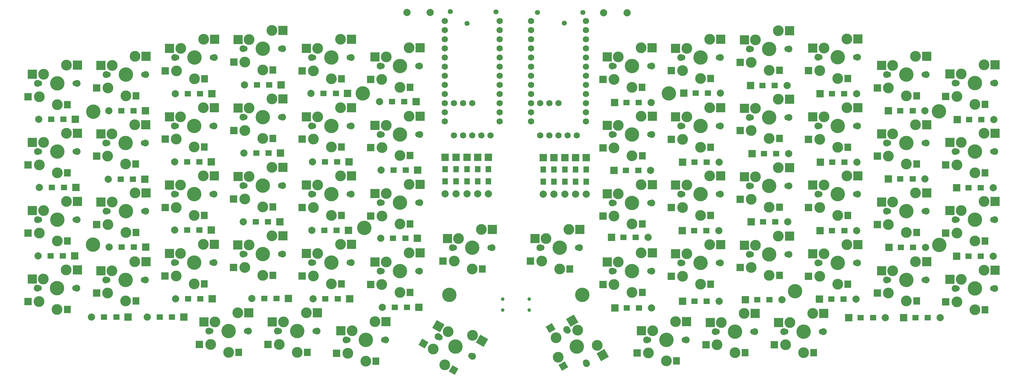
<source format=gbs>
%TF.GenerationSoftware,KiCad,Pcbnew,(6.0.10)*%
%TF.CreationDate,2023-10-04T19:43:37-05:00*%
%TF.ProjectId,RunType58,52756e54-7970-4653-9538-2e6b69636164,rev?*%
%TF.SameCoordinates,Original*%
%TF.FileFunction,Soldermask,Bot*%
%TF.FilePolarity,Negative*%
%FSLAX46Y46*%
G04 Gerber Fmt 4.6, Leading zero omitted, Abs format (unit mm)*
G04 Created by KiCad (PCBNEW (6.0.10)) date 2023-10-04 19:43:37*
%MOMM*%
%LPD*%
G01*
G04 APERTURE LIST*
G04 Aperture macros list*
%AMRotRect*
0 Rectangle, with rotation*
0 The origin of the aperture is its center*
0 $1 length*
0 $2 width*
0 $3 Rotation angle, in degrees counterclockwise*
0 Add horizontal line*
21,1,$1,$2,0,0,$3*%
G04 Aperture macros list end*
%ADD10C,0.100000*%
%ADD11C,3.000000*%
%ADD12C,1.900000*%
%ADD13C,1.700000*%
%ADD14C,4.000000*%
%ADD15R,2.500000X2.500000*%
%ADD16R,2.000000X2.000000*%
%ADD17R,1.900000X2.000000*%
%ADD18R,1.998980X1.998980*%
%ADD19R,1.500000X1.800000*%
%ADD20C,1.998980*%
%ADD21R,1.800000X1.500000*%
%ADD22C,1.752600*%
%ADD23C,1.000000*%
%ADD24C,2.000000*%
%ADD25C,1.397000*%
%ADD26RotRect,2.500000X2.500000X120.000000*%
%ADD27RotRect,2.000000X2.000000X120.000000*%
%ADD28RotRect,1.900000X2.000000X120.000000*%
%ADD29RotRect,2.500000X2.500000X150.000000*%
%ADD30RotRect,2.000000X2.000000X150.000000*%
%ADD31RotRect,1.900000X2.000000X150.000000*%
G04 APERTURE END LIST*
D10*
%TO.C,SW53*%
X31695000Y-98580000D03*
D11*
X38060000Y-96080000D03*
D12*
X41020000Y-101160000D03*
D13*
X40600000Y-101160000D03*
D11*
X31710000Y-98620000D03*
D14*
X35520000Y-101160000D03*
D11*
X30520000Y-104860000D03*
X35520000Y-107060000D03*
D13*
X30440000Y-101160000D03*
D12*
X30020000Y-101160000D03*
D15*
X28620000Y-98620000D03*
D16*
X27420000Y-104860000D03*
D17*
X38320000Y-107060000D03*
D15*
X41120000Y-96080000D03*
%TD*%
D13*
%TO.C,SW2*%
X285320000Y-44100000D03*
X295480000Y-44100000D03*
D12*
X284900000Y-44100000D03*
D10*
X286575000Y-41520000D03*
D14*
X290400000Y-44100000D03*
D12*
X295900000Y-44100000D03*
D11*
X292940000Y-39020000D03*
X286590000Y-41560000D03*
X285400000Y-47800000D03*
X290400000Y-50000000D03*
D15*
X283500000Y-41560000D03*
D16*
X282300000Y-47800000D03*
D17*
X293200000Y-50000000D03*
D15*
X296000000Y-39020000D03*
%TD*%
D18*
%TO.C,D58*%
X149320000Y-64720000D03*
D19*
X149317460Y-68020000D03*
X149317460Y-71420000D03*
D20*
X149320000Y-74880000D03*
%TD*%
D19*
%TO.C,D55*%
X152317460Y-68020000D03*
D18*
X152320000Y-64720000D03*
D20*
X152320000Y-74880000D03*
D19*
X152317460Y-71420000D03*
%TD*%
D18*
%TO.C,D57*%
X146312540Y-64720000D03*
D19*
X146310000Y-68020000D03*
X146310000Y-71420000D03*
D20*
X146312540Y-74880000D03*
%TD*%
D21*
%TO.C,D25*%
X212500000Y-104800000D03*
D18*
X209200000Y-104797460D03*
D20*
X219360000Y-104797460D03*
D21*
X215900000Y-104800000D03*
%TD*%
D22*
%TO.C,Display1*%
X145730000Y-58607312D03*
X148270000Y-58607312D03*
X150810000Y-58607312D03*
X153350000Y-58607312D03*
X155890000Y-58607312D03*
%TD*%
D23*
%TO.C,SW_POWER2*%
X159300000Y-107200000D03*
X159300000Y-104200000D03*
%TD*%
D21*
%TO.C,D46*%
X37100000Y-92110000D03*
D18*
X40400000Y-92112540D03*
D20*
X30240000Y-92112540D03*
D21*
X33700000Y-92110000D03*
%TD*%
D13*
%TO.C,SW25*%
X219280000Y-94100000D03*
D11*
X216740000Y-89020000D03*
D14*
X214200000Y-94100000D03*
D11*
X209200000Y-97800000D03*
D12*
X208700000Y-94100000D03*
X219700000Y-94100000D03*
D11*
X214200000Y-100000000D03*
D10*
X210375000Y-91520000D03*
D13*
X209120000Y-94100000D03*
D11*
X210390000Y-91560000D03*
D15*
X207300000Y-91560000D03*
D16*
X206100000Y-97800000D03*
D17*
X217000000Y-100000000D03*
D15*
X219800000Y-89020000D03*
%TD*%
D12*
%TO.C,SW12*%
X219700000Y-56000000D03*
D11*
X210390000Y-53460000D03*
D13*
X209120000Y-56000000D03*
X219280000Y-56000000D03*
D14*
X214200000Y-56000000D03*
D11*
X209200000Y-59700000D03*
D10*
X210375000Y-53420000D03*
D12*
X208700000Y-56000000D03*
D11*
X216740000Y-50920000D03*
X214200000Y-61900000D03*
D15*
X207300000Y-53460000D03*
D16*
X206100000Y-59700000D03*
D17*
X217000000Y-61900000D03*
D15*
X219800000Y-50920000D03*
%TD*%
D14*
%TO.C,H10*%
X240470000Y-101930000D03*
%TD*%
D19*
%TO.C,D56*%
X143300000Y-68020000D03*
D18*
X143302540Y-64720000D03*
D20*
X143302540Y-74880000D03*
D19*
X143300000Y-71420000D03*
%TD*%
D21*
%TO.C,D38*%
X113330000Y-66010000D03*
D18*
X116630000Y-66012540D03*
D21*
X109930000Y-66010000D03*
D20*
X106470000Y-66012540D03*
%TD*%
D13*
%TO.C,SW1*%
X190111208Y-39321497D03*
D12*
X200691208Y-39321497D03*
D11*
X191381208Y-36781497D03*
D14*
X195191208Y-39321497D03*
D12*
X189691208Y-39321497D03*
D11*
X197731208Y-34241497D03*
D10*
X191366208Y-36741497D03*
D11*
X190191208Y-43021497D03*
X195191208Y-45221497D03*
D13*
X200271208Y-39321497D03*
D15*
X188291208Y-36781497D03*
D16*
X187091208Y-43021497D03*
D15*
X200791208Y-34241497D03*
D17*
X197991208Y-45221497D03*
%TD*%
D10*
%TO.C,SW13*%
X286575000Y-79520000D03*
D11*
X285400000Y-85800000D03*
D14*
X290400000Y-82100000D03*
D12*
X295900000Y-82100000D03*
D11*
X290400000Y-88000000D03*
X286590000Y-79560000D03*
X292940000Y-77020000D03*
D13*
X285320000Y-82100000D03*
D12*
X284900000Y-82100000D03*
D13*
X295480000Y-82100000D03*
D16*
X282300000Y-85800000D03*
D15*
X283500000Y-79560000D03*
D17*
X293200000Y-88000000D03*
D15*
X296000000Y-77020000D03*
%TD*%
D12*
%TO.C,SW14*%
X238800000Y-72700000D03*
D10*
X229475000Y-70120000D03*
D11*
X228300000Y-76400000D03*
D13*
X238380000Y-72700000D03*
X228220000Y-72700000D03*
D11*
X235840000Y-67620000D03*
D14*
X233300000Y-72700000D03*
D11*
X233300000Y-78600000D03*
X229490000Y-70160000D03*
D12*
X227800000Y-72700000D03*
D16*
X225200000Y-76400000D03*
D15*
X226400000Y-70160000D03*
D17*
X236100000Y-78600000D03*
D15*
X238900000Y-67620000D03*
%TD*%
D12*
%TO.C,SW38*%
X106150000Y-55960000D03*
D14*
X111650000Y-55960000D03*
D11*
X106650000Y-59660000D03*
X111650000Y-61860000D03*
X114190000Y-50880000D03*
X107840000Y-53420000D03*
D10*
X107825000Y-53380000D03*
D13*
X106570000Y-55960000D03*
D12*
X117150000Y-55960000D03*
D13*
X116730000Y-55960000D03*
D16*
X103550000Y-59660000D03*
D15*
X104750000Y-53420000D03*
X117250000Y-50880000D03*
D17*
X114450000Y-61860000D03*
%TD*%
D14*
%TO.C,H5*%
X120840000Y-84370000D03*
%TD*%
D13*
%TO.C,SW26*%
X247880000Y-113200000D03*
D11*
X245340000Y-108120000D03*
X237800000Y-116900000D03*
D12*
X248300000Y-113200000D03*
D10*
X238975000Y-110620000D03*
D13*
X237720000Y-113200000D03*
D11*
X242800000Y-119100000D03*
D14*
X242800000Y-113200000D03*
D11*
X238990000Y-110660000D03*
D12*
X237300000Y-113200000D03*
D16*
X234700000Y-116900000D03*
D15*
X235900000Y-110660000D03*
D17*
X245600000Y-119100000D03*
D15*
X248400000Y-108120000D03*
%TD*%
D18*
%TO.C,D51*%
X116720000Y-104122540D03*
D21*
X113420000Y-104120000D03*
D20*
X106560000Y-104122540D03*
D21*
X110020000Y-104120000D03*
%TD*%
D18*
%TO.C,D7*%
X285340000Y-73200000D03*
D21*
X288640000Y-73202540D03*
D20*
X295500000Y-73200000D03*
D21*
X292040000Y-73202540D03*
%TD*%
D22*
%TO.C,U1*%
X167160000Y-26770453D03*
X167160000Y-29310453D03*
X167160000Y-31850453D03*
X167160000Y-34390453D03*
X167160000Y-36930453D03*
X167160000Y-39470453D03*
X167160000Y-42010453D03*
X167160000Y-44550453D03*
X167160000Y-47090453D03*
X167160000Y-49630453D03*
X167160000Y-52170453D03*
X167160000Y-54710453D03*
X182400000Y-54710453D03*
X182400000Y-52170453D03*
X182400000Y-49630453D03*
X182400000Y-47090453D03*
X182400000Y-44550453D03*
X182400000Y-42010453D03*
X182400000Y-39470453D03*
X182400000Y-36930453D03*
X182400000Y-34390453D03*
X182400000Y-31850453D03*
X182400000Y-29310453D03*
X182400000Y-26770453D03*
X169700000Y-49630453D03*
X172240000Y-49630453D03*
X174780000Y-49630453D03*
%TD*%
D21*
%TO.C,D10*%
X269700000Y-70700000D03*
D18*
X266400000Y-70697460D03*
D21*
X273100000Y-70700000D03*
D20*
X276560000Y-70697460D03*
%TD*%
D18*
%TO.C,D24*%
X190440000Y-106600000D03*
D21*
X193740000Y-106602540D03*
D20*
X200600000Y-106600000D03*
D21*
X197140000Y-106602540D03*
%TD*%
D12*
%TO.C,SW54*%
X49070000Y-98820000D03*
D11*
X49570000Y-102520000D03*
D13*
X49490000Y-98820000D03*
D11*
X50760000Y-96280000D03*
D12*
X60070000Y-98820000D03*
D11*
X54570000Y-104720000D03*
D13*
X59650000Y-98820000D03*
D10*
X50745000Y-96240000D03*
D14*
X54570000Y-98820000D03*
D11*
X57110000Y-93740000D03*
D15*
X47670000Y-96280000D03*
D16*
X46470000Y-102520000D03*
D17*
X57370000Y-104720000D03*
D15*
X60170000Y-93740000D03*
%TD*%
D14*
%TO.C,SW5*%
X271400000Y-41700000D03*
D12*
X276900000Y-41700000D03*
D11*
X267590000Y-39160000D03*
X271400000Y-47600000D03*
D13*
X266320000Y-41700000D03*
D11*
X266400000Y-45400000D03*
X273940000Y-36620000D03*
D10*
X267575000Y-39120000D03*
D12*
X265900000Y-41700000D03*
D13*
X276480000Y-41700000D03*
D16*
X263300000Y-45400000D03*
D15*
X264500000Y-39160000D03*
X277000000Y-36620000D03*
D17*
X274200000Y-47600000D03*
%TD*%
D11*
%TO.C,SW39*%
X130700000Y-64240000D03*
D14*
X130700000Y-58340000D03*
D13*
X135780000Y-58340000D03*
D10*
X126875000Y-55760000D03*
D11*
X126890000Y-55800000D03*
D13*
X125620000Y-58340000D03*
D12*
X136200000Y-58340000D03*
D11*
X133240000Y-53260000D03*
X125700000Y-62040000D03*
D12*
X125200000Y-58340000D03*
D15*
X123800000Y-55800000D03*
D16*
X122600000Y-62040000D03*
D15*
X136300000Y-53260000D03*
D17*
X133500000Y-64240000D03*
%TD*%
D18*
%TO.C,D52*%
X155320000Y-64720000D03*
D19*
X155317460Y-68020000D03*
D20*
X155320000Y-74880000D03*
D19*
X155317460Y-71420000D03*
%TD*%
D11*
%TO.C,SW57*%
X104730000Y-108020000D03*
D12*
X96690000Y-113100000D03*
D13*
X97110000Y-113100000D03*
D11*
X102190000Y-119000000D03*
X97190000Y-116800000D03*
D10*
X98365000Y-110520000D03*
D13*
X107270000Y-113100000D03*
D14*
X102190000Y-113100000D03*
D12*
X107690000Y-113100000D03*
D11*
X98380000Y-110560000D03*
D16*
X94090000Y-116800000D03*
D15*
X95290000Y-110560000D03*
X107790000Y-108020000D03*
D17*
X104990000Y-119000000D03*
%TD*%
D21*
%TO.C,D22*%
X250540000Y-104200000D03*
D18*
X247240000Y-104197460D03*
D21*
X253940000Y-104200000D03*
D20*
X257400000Y-104197460D03*
%TD*%
D18*
%TO.C,D14*%
X228240000Y-82700000D03*
D21*
X231540000Y-82702540D03*
X234940000Y-82702540D03*
D20*
X238400000Y-82700000D03*
%TD*%
D11*
%TO.C,SW48*%
X133230000Y-91290000D03*
D13*
X135770000Y-96370000D03*
X125610000Y-96370000D03*
D11*
X125690000Y-100070000D03*
D12*
X136190000Y-96370000D03*
D10*
X126865000Y-93790000D03*
D11*
X126880000Y-93830000D03*
D12*
X125190000Y-96370000D03*
D11*
X130690000Y-102270000D03*
D14*
X130690000Y-96370000D03*
D16*
X122590000Y-100070000D03*
D15*
X123790000Y-93830000D03*
D17*
X133490000Y-102270000D03*
D15*
X136290000Y-91290000D03*
%TD*%
D12*
%TO.C,SW4*%
X257800000Y-36900000D03*
D11*
X248490000Y-34360000D03*
X247300000Y-40600000D03*
X254840000Y-31820000D03*
D13*
X257380000Y-36900000D03*
D14*
X252300000Y-36900000D03*
D11*
X252300000Y-42800000D03*
D12*
X246800000Y-36900000D03*
D10*
X248475000Y-34320000D03*
D13*
X247220000Y-36900000D03*
D16*
X244200000Y-40600000D03*
D15*
X245400000Y-34360000D03*
D17*
X255100000Y-42800000D03*
D15*
X257900000Y-31820000D03*
%TD*%
D22*
%TO.C,Display2*%
X169700000Y-58630000D03*
X172240000Y-58630000D03*
X174780000Y-58630000D03*
X177320000Y-58630000D03*
X179860000Y-58630000D03*
%TD*%
D14*
%TO.C,SW32*%
X73630000Y-36980000D03*
D12*
X68130000Y-36980000D03*
D11*
X76170000Y-31900000D03*
X68630000Y-40680000D03*
X73630000Y-42880000D03*
D13*
X68550000Y-36980000D03*
D10*
X69805000Y-34400000D03*
D12*
X79130000Y-36980000D03*
D11*
X69820000Y-34440000D03*
D13*
X78710000Y-36980000D03*
D16*
X65530000Y-40680000D03*
D15*
X66730000Y-34440000D03*
X79230000Y-31900000D03*
D17*
X76430000Y-42880000D03*
%TD*%
D21*
%TO.C,D34*%
X112910000Y-46950000D03*
D18*
X116210000Y-46952540D03*
D20*
X106050000Y-46952540D03*
D21*
X109510000Y-46950000D03*
%TD*%
D14*
%TO.C,SW21*%
X233300000Y-91700000D03*
D12*
X238800000Y-91700000D03*
D13*
X238380000Y-91700000D03*
X228220000Y-91700000D03*
D11*
X229490000Y-89160000D03*
D12*
X227800000Y-91700000D03*
D10*
X229475000Y-89120000D03*
D11*
X233300000Y-97600000D03*
X228300000Y-95400000D03*
X235840000Y-86620000D03*
D16*
X225200000Y-95400000D03*
D15*
X226400000Y-89160000D03*
D17*
X236100000Y-97600000D03*
D15*
X238900000Y-86620000D03*
%TD*%
D12*
%TO.C,SW45*%
X117160000Y-74950000D03*
D11*
X107850000Y-72410000D03*
X111660000Y-80850000D03*
D13*
X106580000Y-74950000D03*
D14*
X111660000Y-74950000D03*
D12*
X106160000Y-74950000D03*
D10*
X107835000Y-72370000D03*
D11*
X106660000Y-78650000D03*
X114200000Y-69870000D03*
D13*
X116740000Y-74950000D03*
D16*
X103560000Y-78650000D03*
D15*
X104760000Y-72410000D03*
D17*
X114460000Y-80850000D03*
D15*
X117260000Y-69870000D03*
%TD*%
D21*
%TO.C,D35*%
X131910000Y-49220000D03*
D18*
X135210000Y-49222540D03*
D20*
X125050000Y-49222540D03*
D21*
X128510000Y-49220000D03*
%TD*%
D14*
%TO.C,H2*%
X280520000Y-89110000D03*
%TD*%
D18*
%TO.C,D17*%
X189500000Y-86997460D03*
D21*
X192800000Y-87000000D03*
X196200000Y-87000000D03*
D20*
X199660000Y-86997460D03*
%TD*%
D21*
%TO.C,D8*%
X231800000Y-63700000D03*
D18*
X228500000Y-63697460D03*
D20*
X238660000Y-63697460D03*
D21*
X235200000Y-63700000D03*
%TD*%
D18*
%TO.C,D33*%
X97730000Y-44552540D03*
D21*
X94430000Y-44550000D03*
D20*
X87570000Y-44552540D03*
D21*
X91030000Y-44550000D03*
%TD*%
D13*
%TO.C,SW36*%
X68530000Y-55980000D03*
D12*
X68110000Y-55980000D03*
D11*
X68610000Y-59680000D03*
X73610000Y-61880000D03*
X69800000Y-53440000D03*
X76150000Y-50900000D03*
D14*
X73610000Y-55980000D03*
D12*
X79110000Y-55980000D03*
D10*
X69785000Y-53400000D03*
D13*
X78690000Y-55980000D03*
D15*
X66710000Y-53440000D03*
D16*
X65510000Y-59680000D03*
D17*
X76410000Y-61880000D03*
D15*
X79210000Y-50900000D03*
%TD*%
D18*
%TO.C,D20*%
X270600000Y-109297460D03*
D21*
X273900000Y-109300000D03*
D20*
X280760000Y-109297460D03*
D21*
X277300000Y-109300000D03*
%TD*%
D13*
%TO.C,SW20*%
X295480000Y-101200000D03*
X285320000Y-101200000D03*
D11*
X285400000Y-104900000D03*
X292940000Y-96120000D03*
D12*
X295900000Y-101200000D03*
D11*
X286590000Y-98660000D03*
D14*
X290400000Y-101200000D03*
D10*
X286575000Y-98620000D03*
D11*
X290400000Y-107100000D03*
D12*
X284900000Y-101200000D03*
D15*
X283500000Y-98660000D03*
D16*
X282300000Y-104900000D03*
D17*
X293200000Y-107100000D03*
D15*
X296000000Y-96120000D03*
%TD*%
D24*
%TO.C,RSW2*%
X132638391Y-24453874D03*
X139138391Y-24453874D03*
%TD*%
D18*
%TO.C,D49*%
X78560000Y-104082540D03*
D21*
X75260000Y-104080000D03*
X71860000Y-104080000D03*
D20*
X68400000Y-104082540D03*
%TD*%
D11*
%TO.C,SW51*%
X107850000Y-91460000D03*
D12*
X117160000Y-94000000D03*
X106160000Y-94000000D03*
D10*
X107835000Y-91420000D03*
D11*
X106660000Y-97700000D03*
D13*
X106580000Y-94000000D03*
D11*
X114200000Y-88920000D03*
D13*
X116740000Y-94000000D03*
D14*
X111660000Y-94000000D03*
D11*
X111660000Y-99900000D03*
D16*
X103560000Y-97700000D03*
D15*
X104760000Y-91460000D03*
D17*
X114460000Y-99900000D03*
D15*
X117260000Y-88920000D03*
%TD*%
D21*
%TO.C,D47*%
X56820000Y-89680000D03*
D18*
X60120000Y-89682540D03*
D21*
X53420000Y-89680000D03*
D20*
X49960000Y-89682540D03*
%TD*%
D11*
%TO.C,SW6*%
X209188008Y-40624196D03*
X216728008Y-31844196D03*
D13*
X219268008Y-36924196D03*
D14*
X214188008Y-36924196D03*
D12*
X219688008Y-36924196D03*
D11*
X210378008Y-34384196D03*
D10*
X210363008Y-34344196D03*
D13*
X209108008Y-36924196D03*
D12*
X208688008Y-36924196D03*
D11*
X214188008Y-42824196D03*
D16*
X206088008Y-40624196D03*
D15*
X207288008Y-34384196D03*
D17*
X216988008Y-42824196D03*
D15*
X219788008Y-31844196D03*
%TD*%
D18*
%TO.C,D6*%
X209550000Y-46877460D03*
D21*
X212850000Y-46880000D03*
D20*
X219710000Y-46877460D03*
D21*
X216250000Y-46880000D03*
%TD*%
D10*
%TO.C,SW49*%
X69765000Y-91420000D03*
D13*
X68510000Y-94000000D03*
D11*
X76130000Y-88920000D03*
X68590000Y-97700000D03*
D14*
X73590000Y-94000000D03*
D11*
X73590000Y-99900000D03*
D12*
X68090000Y-94000000D03*
D11*
X69780000Y-91460000D03*
D13*
X78670000Y-94000000D03*
D12*
X79090000Y-94000000D03*
D15*
X66690000Y-91460000D03*
D16*
X65490000Y-97700000D03*
D17*
X76390000Y-99900000D03*
D15*
X79190000Y-88920000D03*
%TD*%
D18*
%TO.C,D9*%
X247500000Y-66097460D03*
D21*
X250800000Y-66100000D03*
X254200000Y-66100000D03*
D20*
X257660000Y-66097460D03*
%TD*%
D12*
%TO.C,SW23*%
X276900000Y-98800000D03*
D11*
X271400000Y-104700000D03*
X266400000Y-102500000D03*
X267590000Y-96260000D03*
D14*
X271400000Y-98800000D03*
D12*
X265900000Y-98800000D03*
D10*
X267575000Y-96220000D03*
D13*
X276480000Y-98800000D03*
D11*
X273940000Y-93720000D03*
D13*
X266320000Y-98800000D03*
D16*
X263300000Y-102500000D03*
D15*
X264500000Y-96260000D03*
X277000000Y-93720000D03*
D17*
X274200000Y-104700000D03*
%TD*%
D21*
%TO.C,D43*%
X75060000Y-84950000D03*
D18*
X78360000Y-84952540D03*
D21*
X71660000Y-84950000D03*
D20*
X68200000Y-84952540D03*
%TD*%
D18*
%TO.C,D54*%
X70740000Y-109162540D03*
D21*
X67440000Y-109160000D03*
D20*
X60580000Y-109162540D03*
D21*
X64040000Y-109160000D03*
%TD*%
D12*
%TO.C,SW10*%
X265900000Y-60700000D03*
D10*
X267575000Y-58120000D03*
D14*
X271400000Y-60700000D03*
D13*
X266320000Y-60700000D03*
D12*
X276900000Y-60700000D03*
D13*
X276480000Y-60700000D03*
D11*
X266400000Y-64400000D03*
X267590000Y-58160000D03*
X273940000Y-55620000D03*
X271400000Y-66600000D03*
D16*
X263300000Y-64400000D03*
D15*
X264500000Y-58160000D03*
D17*
X274200000Y-66600000D03*
D15*
X277000000Y-55620000D03*
%TD*%
D18*
%TO.C,D13*%
X285300000Y-92197460D03*
D21*
X288600000Y-92200000D03*
X292000000Y-92200000D03*
D20*
X295460000Y-92197460D03*
%TD*%
D14*
%TO.C,H9*%
X280430000Y-51960000D03*
%TD*%
D13*
%TO.C,SW33*%
X97730000Y-34530000D03*
D11*
X87650000Y-38230000D03*
D13*
X87570000Y-34530000D03*
D11*
X92650000Y-40430000D03*
D14*
X92650000Y-34530000D03*
D10*
X88825000Y-31950000D03*
D12*
X98150000Y-34530000D03*
D11*
X95190000Y-29450000D03*
D12*
X87150000Y-34530000D03*
D11*
X88840000Y-31990000D03*
D16*
X84550000Y-38230000D03*
D15*
X85750000Y-31990000D03*
D17*
X95450000Y-40430000D03*
D15*
X98250000Y-29450000D03*
%TD*%
D21*
%TO.C,D36*%
X75030000Y-65960000D03*
D18*
X78330000Y-65962540D03*
D21*
X71630000Y-65960000D03*
D20*
X68170000Y-65962540D03*
%TD*%
D14*
%TO.C,H7*%
X45540000Y-52020000D03*
%TD*%
D18*
%TO.C,D32*%
X78480000Y-47032540D03*
D21*
X75180000Y-47030000D03*
D20*
X68320000Y-47032540D03*
D21*
X71780000Y-47030000D03*
%TD*%
D18*
%TO.C,D44*%
X97400000Y-82632540D03*
D21*
X94100000Y-82630000D03*
X90700000Y-82630000D03*
D20*
X87240000Y-82632540D03*
%TD*%
D18*
%TO.C,D3*%
X228100000Y-44697460D03*
D21*
X231400000Y-44700000D03*
X234800000Y-44700000D03*
D20*
X238260000Y-44697460D03*
%TD*%
D12*
%TO.C,SW37*%
X98150000Y-53580000D03*
D13*
X87570000Y-53580000D03*
D14*
X92650000Y-53580000D03*
D13*
X97730000Y-53580000D03*
D11*
X87650000Y-57280000D03*
X95190000Y-48500000D03*
D10*
X88825000Y-51000000D03*
D11*
X88840000Y-51040000D03*
X92650000Y-59480000D03*
D12*
X87150000Y-53580000D03*
D16*
X84550000Y-57280000D03*
D15*
X85750000Y-51040000D03*
D17*
X95450000Y-59480000D03*
D15*
X98250000Y-48500000D03*
%TD*%
D11*
%TO.C,SW8*%
X228300000Y-57300000D03*
D12*
X238800000Y-53600000D03*
D11*
X235840000Y-48520000D03*
X233300000Y-59500000D03*
X229490000Y-51060000D03*
D10*
X229475000Y-51020000D03*
D13*
X228220000Y-53600000D03*
D14*
X233300000Y-53600000D03*
D13*
X238380000Y-53600000D03*
D12*
X227800000Y-53600000D03*
D15*
X226400000Y-51060000D03*
D16*
X225200000Y-57300000D03*
D17*
X236100000Y-59500000D03*
D15*
X238900000Y-48520000D03*
%TD*%
D21*
%TO.C,D4*%
X250700000Y-47000000D03*
D18*
X247400000Y-46997460D03*
D21*
X254100000Y-47000000D03*
D20*
X257560000Y-46997460D03*
%TD*%
D19*
%TO.C,D27*%
X176500000Y-68100000D03*
D18*
X176502540Y-64800000D03*
D20*
X176502540Y-74960000D03*
D19*
X176500000Y-71500000D03*
%TD*%
D11*
%TO.C,SW30*%
X31720000Y-41590000D03*
D10*
X31705000Y-41550000D03*
D14*
X35530000Y-44130000D03*
D11*
X35530000Y-50030000D03*
D13*
X30450000Y-44130000D03*
D12*
X41030000Y-44130000D03*
D13*
X40610000Y-44130000D03*
D11*
X30530000Y-47830000D03*
X38070000Y-39050000D03*
D12*
X30030000Y-44130000D03*
D16*
X27430000Y-47830000D03*
D15*
X28630000Y-41590000D03*
D17*
X38330000Y-50030000D03*
D15*
X41130000Y-39050000D03*
%TD*%
D19*
%TO.C,D29*%
X173500000Y-68100000D03*
D18*
X173502540Y-64800000D03*
D19*
X173500000Y-71500000D03*
D20*
X173502540Y-74960000D03*
%TD*%
D18*
%TO.C,D48*%
X135960000Y-106482540D03*
D21*
X132660000Y-106480000D03*
X129260000Y-106480000D03*
D20*
X125800000Y-106482540D03*
%TD*%
D11*
%TO.C,SW16*%
X266400000Y-83400000D03*
D10*
X267575000Y-77120000D03*
D11*
X267590000Y-77160000D03*
D14*
X271400000Y-79700000D03*
D12*
X265900000Y-79700000D03*
D13*
X276480000Y-79700000D03*
D12*
X276900000Y-79700000D03*
D13*
X266320000Y-79700000D03*
D11*
X271400000Y-85600000D03*
X273940000Y-74620000D03*
D15*
X264500000Y-77160000D03*
D16*
X263300000Y-83400000D03*
D17*
X274200000Y-85600000D03*
D15*
X277000000Y-74620000D03*
%TD*%
D14*
%TO.C,H1*%
X120420000Y-46960000D03*
%TD*%
D25*
%TO.C,BatEntry2*%
X144700000Y-24200000D03*
%TD*%
D24*
%TO.C,RSW1*%
X187300151Y-24471047D03*
X193800151Y-24471047D03*
%TD*%
D21*
%TO.C,D1*%
X193600000Y-49500000D03*
D18*
X190300000Y-49497460D03*
D21*
X197000000Y-49500000D03*
D20*
X200460000Y-49497460D03*
%TD*%
D18*
%TO.C,D19*%
X170502540Y-64800000D03*
D19*
X170500000Y-68100000D03*
D20*
X170502540Y-74960000D03*
D19*
X170500000Y-71500000D03*
%TD*%
D18*
%TO.C,D12*%
X209200000Y-66097460D03*
D21*
X212500000Y-66100000D03*
D20*
X219360000Y-66097460D03*
D21*
X215900000Y-66100000D03*
%TD*%
D18*
%TO.C,D50*%
X99780000Y-103972540D03*
D21*
X96480000Y-103970000D03*
X93080000Y-103970000D03*
D20*
X89620000Y-103972540D03*
%TD*%
D14*
%TO.C,H6*%
X144470000Y-102970000D03*
%TD*%
%TO.C,SW35*%
X130690000Y-39350000D03*
D11*
X125690000Y-43050000D03*
D12*
X136190000Y-39350000D03*
D13*
X135770000Y-39350000D03*
D11*
X126880000Y-36810000D03*
X133230000Y-34270000D03*
D12*
X125190000Y-39350000D03*
D11*
X130690000Y-45250000D03*
D10*
X126865000Y-36770000D03*
D13*
X125610000Y-39350000D03*
D15*
X123790000Y-36810000D03*
D16*
X122590000Y-43050000D03*
D15*
X136290000Y-34270000D03*
D17*
X133490000Y-45250000D03*
%TD*%
D11*
%TO.C,SW52*%
X150800000Y-95770000D03*
D10*
X146975000Y-87290000D03*
D11*
X146990000Y-87330000D03*
X145800000Y-93570000D03*
D12*
X156300000Y-89870000D03*
D11*
X153340000Y-84790000D03*
D13*
X155880000Y-89870000D03*
D14*
X150800000Y-89870000D03*
D13*
X145720000Y-89870000D03*
D12*
X145300000Y-89870000D03*
D16*
X142700000Y-93570000D03*
D15*
X143900000Y-87330000D03*
X156400000Y-84790000D03*
D17*
X153600000Y-95770000D03*
%TD*%
D12*
%TO.C,SW29*%
X182550000Y-122163140D03*
D10*
X180121846Y-112797453D03*
D14*
X179800000Y-117400000D03*
D13*
X182340000Y-121799409D03*
X177260000Y-113000591D03*
D11*
X174690450Y-120350000D03*
D12*
X177050000Y-112636860D03*
D11*
X180094705Y-112830443D03*
X185469409Y-117059705D03*
X174095706Y-114919873D03*
D26*
X178549705Y-110154425D03*
D27*
X172545706Y-112235194D03*
D26*
X186999409Y-119709742D03*
D28*
X176090450Y-122774871D03*
%TD*%
D21*
%TO.C,D2*%
X288800000Y-54200000D03*
D18*
X285500000Y-54197460D03*
D20*
X295660000Y-54197460D03*
D21*
X292200000Y-54200000D03*
%TD*%
D25*
%TO.C,Bat+2*%
X149400000Y-27466500D03*
%TD*%
D14*
%TO.C,H3*%
X181390000Y-102950000D03*
%TD*%
D12*
%TO.C,SW15*%
X257800000Y-75000000D03*
D11*
X252300000Y-80900000D03*
D12*
X246800000Y-75000000D03*
D14*
X252300000Y-75000000D03*
D11*
X254840000Y-69920000D03*
X248490000Y-72460000D03*
D10*
X248475000Y-72420000D03*
D13*
X247220000Y-75000000D03*
D11*
X247300000Y-78700000D03*
D13*
X257380000Y-75000000D03*
D16*
X244200000Y-78700000D03*
D15*
X245400000Y-72460000D03*
X257900000Y-69920000D03*
D17*
X255100000Y-80900000D03*
%TD*%
D18*
%TO.C,D21*%
X226630000Y-104347460D03*
D21*
X229930000Y-104350000D03*
D20*
X236790000Y-104347460D03*
D21*
X233330000Y-104350000D03*
%TD*%
%TO.C,D5*%
X269700000Y-51800000D03*
D18*
X266400000Y-51797460D03*
D21*
X273100000Y-51800000D03*
D20*
X276560000Y-51797460D03*
%TD*%
D25*
%TO.C,BatEntry1*%
X168946500Y-24450000D03*
%TD*%
D12*
%TO.C,SW40*%
X30030000Y-63140000D03*
D11*
X38070000Y-58060000D03*
D13*
X30450000Y-63140000D03*
D11*
X35530000Y-69040000D03*
D12*
X41030000Y-63140000D03*
D13*
X40610000Y-63140000D03*
D14*
X35530000Y-63140000D03*
D10*
X31705000Y-60560000D03*
D11*
X30530000Y-66840000D03*
X31720000Y-60600000D03*
D15*
X28630000Y-60600000D03*
D16*
X27430000Y-66840000D03*
D17*
X38330000Y-69040000D03*
D15*
X41130000Y-58060000D03*
%TD*%
D21*
%TO.C,D53*%
X51950000Y-109160000D03*
D18*
X55250000Y-109162540D03*
D21*
X48550000Y-109160000D03*
D20*
X45090000Y-109162540D03*
%TD*%
D18*
%TO.C,D23*%
X255400000Y-109297460D03*
D21*
X258700000Y-109300000D03*
X262100000Y-109300000D03*
D20*
X265560000Y-109297460D03*
%TD*%
D18*
%TO.C,D11*%
X190200000Y-68397460D03*
D21*
X193500000Y-68400000D03*
D20*
X200360000Y-68397460D03*
D21*
X196900000Y-68400000D03*
%TD*%
D11*
%TO.C,SW58*%
X116220000Y-119210000D03*
D12*
X115720000Y-115510000D03*
D11*
X117410000Y-112970000D03*
D10*
X117395000Y-112930000D03*
D13*
X126300000Y-115510000D03*
D11*
X121220000Y-121410000D03*
X123760000Y-110430000D03*
D12*
X126720000Y-115510000D03*
D13*
X116140000Y-115510000D03*
D14*
X121220000Y-115510000D03*
D16*
X113120000Y-119210000D03*
D15*
X114320000Y-112970000D03*
X126820000Y-110430000D03*
D17*
X124020000Y-121410000D03*
%TD*%
D14*
%TO.C,SW11*%
X195200000Y-58400000D03*
D11*
X197740000Y-53320000D03*
X191390000Y-55860000D03*
D13*
X200280000Y-58400000D03*
X190120000Y-58400000D03*
D12*
X200700000Y-58400000D03*
X189700000Y-58400000D03*
D11*
X195200000Y-64300000D03*
X190200000Y-62100000D03*
D10*
X191375000Y-55820000D03*
D15*
X188300000Y-55860000D03*
D16*
X187100000Y-62100000D03*
D15*
X200800000Y-53320000D03*
D17*
X198000000Y-64300000D03*
%TD*%
D11*
%TO.C,SW27*%
X207240000Y-110420000D03*
D13*
X209780000Y-115500000D03*
X199620000Y-115500000D03*
D12*
X210200000Y-115500000D03*
D10*
X200875000Y-112920000D03*
D11*
X199700000Y-119200000D03*
D14*
X204700000Y-115500000D03*
D11*
X200890000Y-112960000D03*
X204700000Y-121400000D03*
D12*
X199200000Y-115500000D03*
D16*
X196600000Y-119200000D03*
D15*
X197800000Y-112960000D03*
D17*
X207500000Y-121400000D03*
D15*
X210300000Y-110420000D03*
%TD*%
D18*
%TO.C,D31*%
X60040000Y-51802540D03*
D21*
X56740000Y-51800000D03*
X53340000Y-51800000D03*
D20*
X49880000Y-51802540D03*
%TD*%
D18*
%TO.C,D26*%
X182502540Y-64800000D03*
D19*
X182500000Y-68100000D03*
D20*
X182502540Y-74960000D03*
D19*
X182500000Y-71500000D03*
%TD*%
D14*
%TO.C,SW22*%
X252300000Y-94100000D03*
D13*
X257380000Y-94100000D03*
D12*
X246800000Y-94100000D03*
D11*
X247300000Y-97800000D03*
D10*
X248475000Y-91520000D03*
D11*
X254840000Y-89020000D03*
D12*
X257800000Y-94100000D03*
D11*
X248490000Y-91560000D03*
X252300000Y-100000000D03*
D13*
X247220000Y-94100000D03*
D16*
X244200000Y-97800000D03*
D15*
X245400000Y-91560000D03*
X257900000Y-89020000D03*
D17*
X255100000Y-100000000D03*
%TD*%
D12*
%TO.C,SW17*%
X200700000Y-77400000D03*
D11*
X191390000Y-74860000D03*
X190200000Y-81100000D03*
D13*
X200280000Y-77400000D03*
X190120000Y-77400000D03*
D12*
X189700000Y-77400000D03*
D14*
X195200000Y-77400000D03*
D10*
X191375000Y-74820000D03*
D11*
X197740000Y-72320000D03*
X195200000Y-83300000D03*
D16*
X187100000Y-81100000D03*
D15*
X188300000Y-74860000D03*
D17*
X198000000Y-83300000D03*
D15*
X200800000Y-72320000D03*
%TD*%
D11*
%TO.C,SW7*%
X285400000Y-66800000D03*
D10*
X286575000Y-60520000D03*
D13*
X285320000Y-63100000D03*
D12*
X295900000Y-63100000D03*
X284900000Y-63100000D03*
D13*
X295480000Y-63100000D03*
D11*
X292940000Y-58020000D03*
D14*
X290400000Y-63100000D03*
D11*
X290400000Y-69000000D03*
X286590000Y-60560000D03*
D16*
X282300000Y-66800000D03*
D15*
X283500000Y-60560000D03*
X296000000Y-58020000D03*
D17*
X293200000Y-69000000D03*
%TD*%
D11*
%TO.C,SW9*%
X247300000Y-59700000D03*
D12*
X257800000Y-56000000D03*
D10*
X248475000Y-53420000D03*
D13*
X257380000Y-56000000D03*
D11*
X252300000Y-61900000D03*
D14*
X252300000Y-56000000D03*
D13*
X247220000Y-56000000D03*
D11*
X248490000Y-53460000D03*
X254840000Y-50920000D03*
D12*
X246800000Y-56000000D03*
D16*
X244200000Y-59700000D03*
D15*
X245400000Y-53460000D03*
D17*
X255100000Y-61900000D03*
D15*
X257900000Y-50920000D03*
%TD*%
D21*
%TO.C,D15*%
X250740000Y-85102540D03*
D18*
X247440000Y-85100000D03*
D21*
X254140000Y-85102540D03*
D20*
X257600000Y-85100000D03*
%TD*%
D18*
%TO.C,D18*%
X209100000Y-85097460D03*
D21*
X212400000Y-85100000D03*
D20*
X219260000Y-85097460D03*
D21*
X215800000Y-85100000D03*
%TD*%
D18*
%TO.C,D28*%
X179502540Y-64800000D03*
D19*
X179500000Y-68100000D03*
X179500000Y-71500000D03*
D20*
X179502540Y-74960000D03*
%TD*%
D14*
%TO.C,SW41*%
X54560000Y-60700000D03*
D10*
X50735000Y-58120000D03*
D11*
X49560000Y-64400000D03*
D13*
X49480000Y-60700000D03*
D11*
X54560000Y-66600000D03*
D12*
X49060000Y-60700000D03*
X60060000Y-60700000D03*
D13*
X59640000Y-60700000D03*
D11*
X50750000Y-58160000D03*
X57100000Y-55620000D03*
D16*
X46460000Y-64400000D03*
D15*
X47660000Y-58160000D03*
D17*
X57360000Y-66600000D03*
D15*
X60160000Y-55620000D03*
%TD*%
D18*
%TO.C,D42*%
X135520000Y-87210000D03*
D21*
X132220000Y-87207460D03*
D20*
X125360000Y-87210000D03*
D21*
X128820000Y-87207460D03*
%TD*%
D13*
%TO.C,SW55*%
X78080000Y-113090000D03*
D11*
X79350000Y-110550000D03*
D14*
X83160000Y-113090000D03*
D11*
X85700000Y-108010000D03*
D12*
X88660000Y-113090000D03*
D11*
X78160000Y-116790000D03*
D13*
X88240000Y-113090000D03*
D10*
X79335000Y-110510000D03*
D12*
X77660000Y-113090000D03*
D11*
X83160000Y-118990000D03*
D15*
X76260000Y-110550000D03*
D16*
X75060000Y-116790000D03*
D15*
X88760000Y-108010000D03*
D17*
X85960000Y-118990000D03*
%TD*%
D23*
%TO.C,SW_POWER1*%
X166600000Y-107200000D03*
X166600000Y-104200000D03*
%TD*%
D13*
%TO.C,SW56*%
X141720591Y-114820000D03*
D11*
X143170000Y-122469550D03*
D14*
X146120000Y-117360000D03*
D10*
X144097453Y-113213154D03*
D13*
X150519409Y-119900000D03*
D11*
X144090443Y-113255295D03*
D12*
X150883140Y-120110000D03*
D11*
X150859705Y-114230591D03*
X139939873Y-118064294D03*
D12*
X141356860Y-114610000D03*
D29*
X141414425Y-111710295D03*
D30*
X137255194Y-116514294D03*
D29*
X153509742Y-115760591D03*
D31*
X145594871Y-123869550D03*
%TD*%
D14*
%TO.C,H4*%
X45470000Y-89040000D03*
%TD*%
D22*
%TO.C,U2*%
X143190000Y-26766750D03*
X143190000Y-29306750D03*
X143190000Y-31846750D03*
X143190000Y-34386750D03*
X143190000Y-36926750D03*
X143190000Y-39466750D03*
X143190000Y-42006750D03*
X143190000Y-44546750D03*
X143190000Y-47086750D03*
X143190000Y-49626750D03*
X143190000Y-52166750D03*
X143190000Y-54706750D03*
X158430000Y-54706750D03*
X158430000Y-52166750D03*
X158430000Y-49626750D03*
X158430000Y-47086750D03*
X158430000Y-44546750D03*
X158430000Y-42006750D03*
X158430000Y-39466750D03*
X158430000Y-36926750D03*
X158430000Y-34386750D03*
X158430000Y-31846750D03*
X158430000Y-29306750D03*
X158430000Y-26766750D03*
X145730000Y-49626750D03*
X148270000Y-49626750D03*
X150810000Y-49626750D03*
%TD*%
D21*
%TO.C,D45*%
X113150000Y-85000000D03*
D18*
X116450000Y-85002540D03*
D20*
X106290000Y-85002540D03*
D21*
X109750000Y-85000000D03*
%TD*%
D18*
%TO.C,D16*%
X266500000Y-89797460D03*
D21*
X269800000Y-89800000D03*
D20*
X276660000Y-89797460D03*
D21*
X273200000Y-89800000D03*
%TD*%
D12*
%TO.C,SW43*%
X68110000Y-74970000D03*
X79110000Y-74970000D03*
D11*
X76150000Y-69890000D03*
D13*
X78690000Y-74970000D03*
X68530000Y-74970000D03*
D11*
X69800000Y-72430000D03*
X73610000Y-80870000D03*
D10*
X69785000Y-72390000D03*
D11*
X68610000Y-78670000D03*
D14*
X73610000Y-74970000D03*
D15*
X66710000Y-72430000D03*
D16*
X65510000Y-78670000D03*
D15*
X79210000Y-69890000D03*
D17*
X76410000Y-80870000D03*
%TD*%
D21*
%TO.C,D39*%
X132380000Y-68257460D03*
D18*
X135680000Y-68260000D03*
D20*
X125520000Y-68260000D03*
D21*
X128980000Y-68257460D03*
%TD*%
%TO.C,D37*%
X94220000Y-63520000D03*
D18*
X97520000Y-63522540D03*
D20*
X87360000Y-63522540D03*
D21*
X90820000Y-63520000D03*
%TD*%
D11*
%TO.C,SW24*%
X191390000Y-93860000D03*
D13*
X200280000Y-96400000D03*
D11*
X195200000Y-102300000D03*
D10*
X191375000Y-93820000D03*
D11*
X190200000Y-100100000D03*
D14*
X195200000Y-96400000D03*
D11*
X197740000Y-91320000D03*
D12*
X189700000Y-96400000D03*
X200700000Y-96400000D03*
D13*
X190120000Y-96400000D03*
D15*
X188300000Y-93860000D03*
D16*
X187100000Y-100100000D03*
D15*
X200800000Y-91320000D03*
D17*
X198000000Y-102300000D03*
%TD*%
D18*
%TO.C,D40*%
X40750000Y-73132540D03*
D21*
X37450000Y-73130000D03*
X34050000Y-73130000D03*
D20*
X30590000Y-73132540D03*
%TD*%
D14*
%TO.C,H8*%
X205400000Y-46950000D03*
%TD*%
D10*
%TO.C,SW46*%
X31715000Y-79500000D03*
D12*
X30040000Y-82080000D03*
D11*
X35540000Y-87980000D03*
X38080000Y-77000000D03*
X30540000Y-85780000D03*
D13*
X40620000Y-82080000D03*
X30460000Y-82080000D03*
D12*
X41040000Y-82080000D03*
D14*
X35540000Y-82080000D03*
D11*
X31730000Y-79540000D03*
D15*
X28640000Y-79540000D03*
D16*
X27440000Y-85780000D03*
D15*
X41140000Y-77000000D03*
D17*
X38340000Y-87980000D03*
%TD*%
D21*
%TO.C,D41*%
X56600000Y-70780000D03*
D18*
X59900000Y-70782540D03*
D21*
X53200000Y-70780000D03*
D20*
X49740000Y-70782540D03*
%TD*%
D12*
%TO.C,SW28*%
X218300000Y-113200000D03*
D13*
X218720000Y-113200000D03*
D12*
X229300000Y-113200000D03*
D11*
X223800000Y-119100000D03*
D13*
X228880000Y-113200000D03*
D14*
X223800000Y-113200000D03*
D10*
X219975000Y-110620000D03*
D11*
X218800000Y-116900000D03*
X226340000Y-108120000D03*
X219990000Y-110660000D03*
D16*
X215700000Y-116900000D03*
D15*
X216900000Y-110660000D03*
X229400000Y-108120000D03*
D17*
X226600000Y-119100000D03*
%TD*%
D12*
%TO.C,SW50*%
X98120000Y-91670000D03*
D11*
X92620000Y-97570000D03*
D10*
X88795000Y-89090000D03*
D12*
X87120000Y-91670000D03*
D13*
X87540000Y-91670000D03*
D14*
X92620000Y-91670000D03*
D11*
X87620000Y-95370000D03*
X95160000Y-86590000D03*
D13*
X97700000Y-91670000D03*
D11*
X88810000Y-89130000D03*
D16*
X84520000Y-95370000D03*
D15*
X85720000Y-89130000D03*
D17*
X95420000Y-97570000D03*
D15*
X98220000Y-86590000D03*
%TD*%
D12*
%TO.C,SW34*%
X117160000Y-36960000D03*
D14*
X111660000Y-36960000D03*
D10*
X107835000Y-34380000D03*
D13*
X116740000Y-36960000D03*
D12*
X106160000Y-36960000D03*
D13*
X106580000Y-36960000D03*
D11*
X106660000Y-40660000D03*
X107850000Y-34420000D03*
X111660000Y-42860000D03*
X114200000Y-31880000D03*
D16*
X103560000Y-40660000D03*
D15*
X104760000Y-34420000D03*
D17*
X114460000Y-42860000D03*
D15*
X117260000Y-31880000D03*
%TD*%
D11*
%TO.C,SW3*%
X233300000Y-40500000D03*
X228300000Y-38300000D03*
X229490000Y-32060000D03*
D14*
X233300000Y-34600000D03*
D12*
X238800000Y-34600000D03*
D10*
X229475000Y-32020000D03*
D12*
X227800000Y-34600000D03*
D13*
X238380000Y-34600000D03*
D11*
X235840000Y-29520000D03*
D13*
X228220000Y-34600000D03*
D16*
X225200000Y-38300000D03*
D15*
X226400000Y-32060000D03*
X238900000Y-29520000D03*
D17*
X236100000Y-40500000D03*
%TD*%
D13*
%TO.C,SW18*%
X209120000Y-75000000D03*
X219280000Y-75000000D03*
D10*
X210375000Y-72420000D03*
D11*
X209200000Y-78700000D03*
X210390000Y-72460000D03*
D12*
X208700000Y-75000000D03*
X219700000Y-75000000D03*
D14*
X214200000Y-75000000D03*
D11*
X214200000Y-80900000D03*
X216740000Y-69920000D03*
D15*
X207300000Y-72460000D03*
D16*
X206100000Y-78700000D03*
D15*
X219800000Y-69920000D03*
D17*
X217000000Y-80900000D03*
%TD*%
D25*
%TO.C,Bat+1*%
X176350000Y-27376500D03*
%TD*%
D10*
%TO.C,SW31*%
X50765000Y-39110000D03*
D11*
X57130000Y-36610000D03*
D14*
X54590000Y-41690000D03*
D11*
X50780000Y-39150000D03*
D12*
X60090000Y-41690000D03*
D11*
X49590000Y-45390000D03*
X54590000Y-47590000D03*
D12*
X49090000Y-41690000D03*
D13*
X49510000Y-41690000D03*
X59670000Y-41690000D03*
D15*
X47690000Y-39150000D03*
D16*
X46490000Y-45390000D03*
D17*
X57390000Y-47590000D03*
D15*
X60190000Y-36610000D03*
%TD*%
D11*
%TO.C,SW19*%
X170100000Y-93600000D03*
X177640000Y-84820000D03*
D13*
X170020000Y-89900000D03*
D14*
X175100000Y-89900000D03*
D10*
X171275000Y-87320000D03*
D11*
X171290000Y-87360000D03*
D13*
X180180000Y-89900000D03*
D11*
X175100000Y-95800000D03*
D12*
X180600000Y-89900000D03*
X169600000Y-89900000D03*
D15*
X168200000Y-87360000D03*
D16*
X167000000Y-93600000D03*
D17*
X177900000Y-95800000D03*
D15*
X180700000Y-84820000D03*
%TD*%
D13*
%TO.C,SW42*%
X125620000Y-77340000D03*
D11*
X130700000Y-83240000D03*
X125700000Y-81040000D03*
D13*
X135780000Y-77340000D03*
D10*
X126875000Y-74760000D03*
D11*
X133240000Y-72260000D03*
X126890000Y-74800000D03*
D12*
X125200000Y-77340000D03*
X136200000Y-77340000D03*
D14*
X130700000Y-77340000D03*
D15*
X123800000Y-74800000D03*
D16*
X122600000Y-81040000D03*
D17*
X133500000Y-83240000D03*
D15*
X136300000Y-72260000D03*
%TD*%
D11*
%TO.C,SW44*%
X95180000Y-67500000D03*
D12*
X87140000Y-72580000D03*
D13*
X97720000Y-72580000D03*
D12*
X98140000Y-72580000D03*
D11*
X92640000Y-78480000D03*
X87640000Y-76280000D03*
D14*
X92640000Y-72580000D03*
D11*
X88830000Y-70040000D03*
D10*
X88815000Y-70000000D03*
D13*
X87560000Y-72580000D03*
D15*
X85740000Y-70040000D03*
D16*
X84540000Y-76280000D03*
D15*
X98240000Y-67500000D03*
D17*
X95440000Y-78480000D03*
%TD*%
D25*
%TO.C,BatGND2*%
X157370000Y-24220000D03*
%TD*%
D13*
%TO.C,SW47*%
X59660000Y-79730000D03*
D12*
X60080000Y-79730000D03*
D11*
X49580000Y-83430000D03*
X54580000Y-85630000D03*
D12*
X49080000Y-79730000D03*
D11*
X57120000Y-74650000D03*
D13*
X49500000Y-79730000D03*
D10*
X50755000Y-77150000D03*
D11*
X50770000Y-77190000D03*
D14*
X54580000Y-79730000D03*
D15*
X47680000Y-77190000D03*
D16*
X46480000Y-83430000D03*
D15*
X60180000Y-74650000D03*
D17*
X57380000Y-85630000D03*
%TD*%
D21*
%TO.C,D30*%
X37240000Y-54102540D03*
D18*
X40540000Y-54105080D03*
D20*
X30380000Y-54105080D03*
D21*
X33840000Y-54102540D03*
%TD*%
D25*
%TO.C,BatGND1*%
X181510000Y-24380000D03*
%TD*%
M02*

</source>
